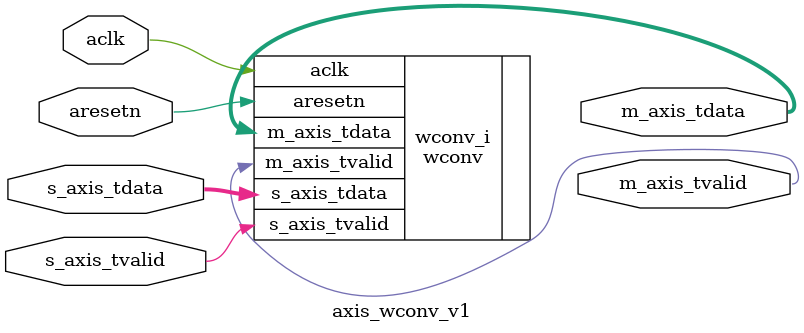
<source format=sv>
module axis_wconv_v1
	(
		// Reset and clock.
		input	wire			aresetn			,
		input	wire			aclk			,

		// S_AXIS for input data.
		input	wire 			s_axis_tvalid	,
		input	wire 	[191:0]	s_axis_tdata	,

		// M_AXIS for output data.
		output	wire			m_axis_tvalid	,
		output	wire	[255:0]	m_axis_tdata
	);

/**********************/
/* Begin Architecture */
/**********************/
wconv wconv_i
	(
		// Reset and clock.
		.aresetn		(aresetn		),
		.aclk			(aclk			),

		// S_AXIS for input data.
		.s_axis_tvalid	(s_axis_tvalid	),
		.s_axis_tdata	(s_axis_tdata	),

		// M_AXIS for output data.
		.m_axis_tvalid	(m_axis_tvalid	),
		.m_axis_tdata	(m_axis_tdata	)
	);

endmodule


</source>
